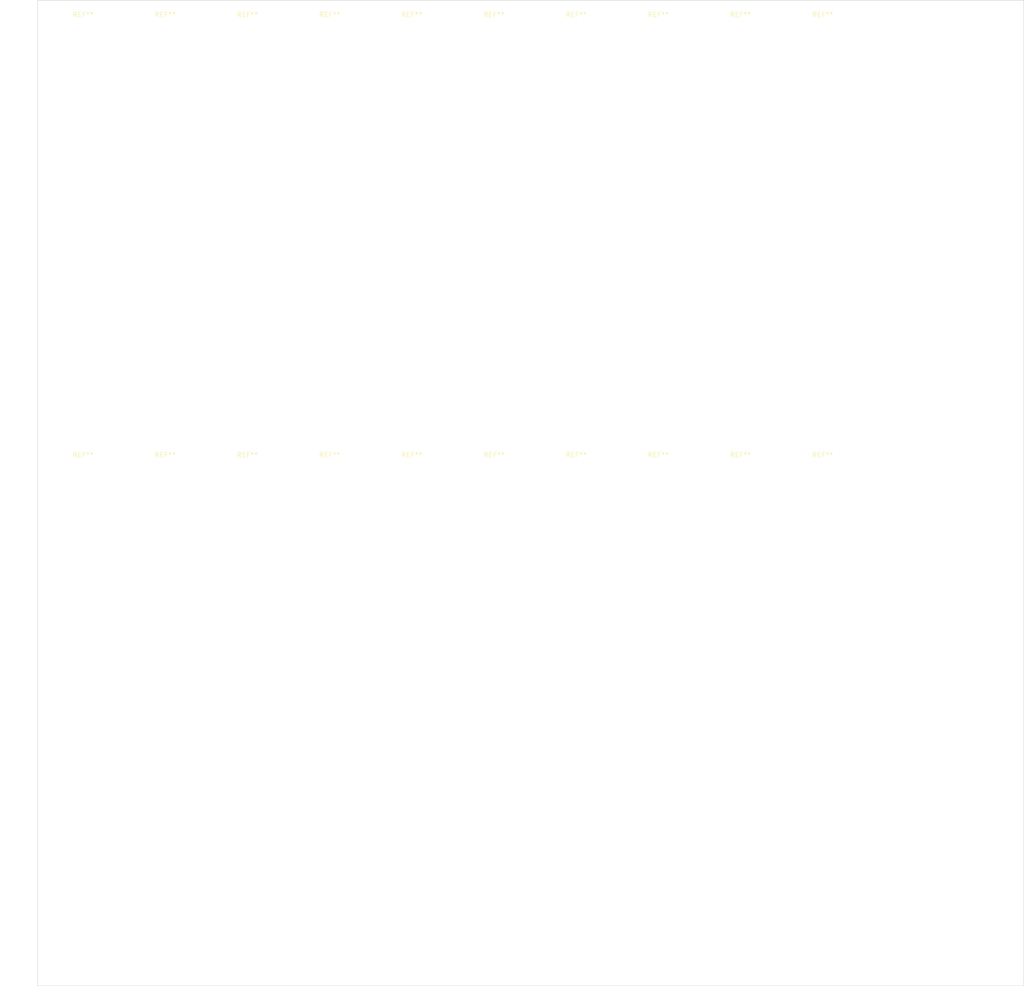
<source format=kicad_pcb>
(kicad_pcb (version 4) (host pcbnew "(2015-11-03 BZR 6296)-product")

  (general
    (links 0)
    (no_connects 0)
    (area 0 0 0 0)
    (thickness 1.6)
    (drawings 4)
    (tracks 0)
    (zones 0)
    (modules 20)
    (nets 1)
  )

  (page A4)
  (layers
    (0 F.Cu signal)
    (31 B.Cu signal)
    (32 B.Adhes user)
    (33 F.Adhes user)
    (34 B.Paste user)
    (35 F.Paste user)
    (36 B.SilkS user)
    (37 F.SilkS user)
    (38 B.Mask user)
    (39 F.Mask user)
    (40 Dwgs.User user)
    (41 Cmts.User user)
    (42 Eco1.User user)
    (43 Eco2.User user)
    (44 Edge.Cuts user)
    (45 Margin user)
    (46 B.CrtYd user)
    (47 F.CrtYd user)
    (48 B.Fab user)
    (49 F.Fab user)
  )

  (setup
    (last_trace_width 0.25)
    (trace_clearance 0.2)
    (zone_clearance 0.508)
    (zone_45_only no)
    (trace_min 0.2)
    (segment_width 0.2)
    (edge_width 0.15)
    (via_size 0.6)
    (via_drill 0.4)
    (via_min_size 0.4)
    (via_min_drill 0.3)
    (uvia_size 0.3)
    (uvia_drill 0.1)
    (uvias_allowed no)
    (uvia_min_size 0.2)
    (uvia_min_drill 0.1)
    (pcb_text_width 0.3)
    (pcb_text_size 1.5 1.5)
    (mod_edge_width 0.15)
    (mod_text_size 1 1)
    (mod_text_width 0.15)
    (pad_size 1.524 1.524)
    (pad_drill 0.762)
    (pad_to_mask_clearance 0.2)
    (aux_axis_origin 0 0)
    (visible_elements FFFFFF7F)
    (pcbplotparams
      (layerselection 0x00030_80000001)
      (usegerberextensions false)
      (excludeedgelayer true)
      (linewidth 0.100000)
      (plotframeref false)
      (viasonmask false)
      (mode 1)
      (useauxorigin false)
      (hpglpennumber 1)
      (hpglpenspeed 20)
      (hpglpendiameter 15)
      (hpglpenoverlay 2)
      (psnegative false)
      (psa4output false)
      (plotreference true)
      (plotvalue true)
      (plotinvisibletext false)
      (padsonsilk false)
      (subtractmaskfromsilk false)
      (outputformat 1)
      (mirror false)
      (drillshape 1)
      (scaleselection 1)
      (outputdirectory ""))
  )

  (net 0 "")

  (net_class Default "This is the default net class."
    (clearance 0.2)
    (trace_width 0.25)
    (via_dia 0.6)
    (via_drill 0.4)
    (uvia_dia 0.3)
    (uvia_drill 0.1)
  )

  (module azonenberg_pcb:MECHANICAL_EUROCARD_3U_FRONTPANEL (layer F.Cu) (tedit 56398E1D) (tstamp 5639B6B3)
    (at 59 204)
    (fp_text reference REF** (at 4.8 -65.6) (layer F.SilkS)
      (effects (font (size 1.5 1.5) (thickness 0.15)))
    )
    (fp_text value MECHANICAL_EUROCARD_3U_FRONTPANEL (at 4.9 -67.65) (layer F.Fab)
      (effects (font (size 1.5 1.5) (thickness 0.15)))
    )
    (fp_text user "Extraction handle" (at 7.08 46.7) (layer F.Fab)
      (effects (font (size 1 1) (thickness 0.15)))
    )
    (fp_line (start 6.68 33.5) (end 6.68 48.5) (layer B.Fab) (width 0.15))
    (fp_line (start -2.82 45) (end 16.18 45) (layer Cmts.User) (width 0.15))
    (fp_line (start -2.82 37) (end 16.18 37) (layer Cmts.User) (width 0.15))
    (fp_circle (center 1.6 41) (end 3.15 41) (layer Dwgs.User) (width 0.15))
    (fp_circle (center 11.76 41) (end 13.31 41) (layer Dwgs.User) (width 0.15))
    (fp_line (start -2.82 41) (end 16.18 41) (layer B.Fab) (width 0.15))
    (fp_line (start -2.82 33.5) (end -2.82 48.5) (layer F.Fab) (width 0.15))
    (fp_line (start 16.18 33.5) (end 16.18 48.5) (layer F.Fab) (width 0.15))
    (fp_line (start -2.82 33.5) (end 16.18 33.5) (layer F.Fab) (width 0.15))
    (fp_line (start -2.82 48.5) (end 16.18 48.5) (layer F.Fab) (width 0.15))
    (fp_line (start 6.68 -64.2) (end 6.68 64.2) (layer B.Fab) (width 0.15))
    (fp_circle (center 6.68 41) (end 8.23 41) (layer Dwgs.User) (width 0.15))
    (fp_circle (center 4.4 -49.5) (end 5.95 -49.5) (layer Dwgs.User) (width 0.15))
    (fp_line (start -0.8 44.45) (end 0.8 44.45) (layer Eco1.User) (width 0.15))
    (fp_text user "Mounting hole centerline" (at -10.9 -44.6) (layer F.Fab)
      (effects (font (size 1 1) (thickness 0.15)))
    )
    (fp_line (start -0.8 -44.45) (end 0.8 -44.45) (layer Eco1.User) (width 0.15))
    (fp_text user "Module PCB" (at 0.03 0 90) (layer F.Fab)
      (effects (font (size 1 1) (thickness 0.15)))
    )
    (fp_line (start -0.8 50) (end 0.8 50) (layer Eco1.User) (width 0.15))
    (fp_line (start -0.8 -50) (end 0.8 -50) (layer Eco1.User) (width 0.15))
    (fp_line (start 0.8 -50) (end 0.8 50) (layer Eco1.User) (width 0.15))
    (fp_line (start -0.8 -50) (end -0.8 50) (layer Eco1.User) (width 0.15))
    (fp_line (start 16.63 64.2) (end -3.27 64.2) (layer Dwgs.User) (width 0.15))
    (fp_line (start 16.63 -64.2) (end -3.27 -64.2) (layer Dwgs.User) (width 0.15))
    (fp_line (start -3.27 -64.2) (end -3.27 64.2) (layer Dwgs.User) (width 0.15))
    (fp_line (start 16.63 -64.2) (end 16.63 64.2) (layer Dwgs.User) (width 0.15))
    (fp_circle (center 4.4 49.5) (end 5.95 49.5) (layer Dwgs.User) (width 0.15))
    (fp_circle (center 4.2 -61.2) (end 5.75 -61.2) (layer Dwgs.User) (width 0.15))
    (fp_circle (center 4.2 61.2) (end 5.75 61.2) (layer Dwgs.User) (width 0.15))
  )

  (module azonenberg_pcb:MECHANICAL_EUROCARD_3U_FRONTPANEL (layer F.Cu) (tedit 56398E1D) (tstamp 5639B693)
    (at 9 204)
    (fp_text reference REF** (at 4.8 -65.6) (layer F.SilkS)
      (effects (font (size 1.5 1.5) (thickness 0.15)))
    )
    (fp_text value MECHANICAL_EUROCARD_3U_FRONTPANEL (at 4.9 -67.65) (layer F.Fab)
      (effects (font (size 1.5 1.5) (thickness 0.15)))
    )
    (fp_text user "Extraction handle" (at 7.08 46.7) (layer F.Fab)
      (effects (font (size 1 1) (thickness 0.15)))
    )
    (fp_line (start 6.68 33.5) (end 6.68 48.5) (layer B.Fab) (width 0.15))
    (fp_line (start -2.82 45) (end 16.18 45) (layer Cmts.User) (width 0.15))
    (fp_line (start -2.82 37) (end 16.18 37) (layer Cmts.User) (width 0.15))
    (fp_circle (center 1.6 41) (end 3.15 41) (layer Dwgs.User) (width 0.15))
    (fp_circle (center 11.76 41) (end 13.31 41) (layer Dwgs.User) (width 0.15))
    (fp_line (start -2.82 41) (end 16.18 41) (layer B.Fab) (width 0.15))
    (fp_line (start -2.82 33.5) (end -2.82 48.5) (layer F.Fab) (width 0.15))
    (fp_line (start 16.18 33.5) (end 16.18 48.5) (layer F.Fab) (width 0.15))
    (fp_line (start -2.82 33.5) (end 16.18 33.5) (layer F.Fab) (width 0.15))
    (fp_line (start -2.82 48.5) (end 16.18 48.5) (layer F.Fab) (width 0.15))
    (fp_line (start 6.68 -64.2) (end 6.68 64.2) (layer B.Fab) (width 0.15))
    (fp_circle (center 6.68 41) (end 8.23 41) (layer Dwgs.User) (width 0.15))
    (fp_circle (center 4.4 -49.5) (end 5.95 -49.5) (layer Dwgs.User) (width 0.15))
    (fp_line (start -0.8 44.45) (end 0.8 44.45) (layer Eco1.User) (width 0.15))
    (fp_text user "Mounting hole centerline" (at -10.9 -44.6) (layer F.Fab)
      (effects (font (size 1 1) (thickness 0.15)))
    )
    (fp_line (start -0.8 -44.45) (end 0.8 -44.45) (layer Eco1.User) (width 0.15))
    (fp_text user "Module PCB" (at 0.03 0 90) (layer F.Fab)
      (effects (font (size 1 1) (thickness 0.15)))
    )
    (fp_line (start -0.8 50) (end 0.8 50) (layer Eco1.User) (width 0.15))
    (fp_line (start -0.8 -50) (end 0.8 -50) (layer Eco1.User) (width 0.15))
    (fp_line (start 0.8 -50) (end 0.8 50) (layer Eco1.User) (width 0.15))
    (fp_line (start -0.8 -50) (end -0.8 50) (layer Eco1.User) (width 0.15))
    (fp_line (start 16.63 64.2) (end -3.27 64.2) (layer Dwgs.User) (width 0.15))
    (fp_line (start 16.63 -64.2) (end -3.27 -64.2) (layer Dwgs.User) (width 0.15))
    (fp_line (start -3.27 -64.2) (end -3.27 64.2) (layer Dwgs.User) (width 0.15))
    (fp_line (start 16.63 -64.2) (end 16.63 64.2) (layer Dwgs.User) (width 0.15))
    (fp_circle (center 4.4 49.5) (end 5.95 49.5) (layer Dwgs.User) (width 0.15))
    (fp_circle (center 4.2 -61.2) (end 5.75 -61.2) (layer Dwgs.User) (width 0.15))
    (fp_circle (center 4.2 61.2) (end 5.75 61.2) (layer Dwgs.User) (width 0.15))
  )

  (module azonenberg_pcb:MECHANICAL_EUROCARD_3U_FRONTPANEL (layer F.Cu) (tedit 56398E1D) (tstamp 5639B673)
    (at 84 204)
    (fp_text reference REF** (at 4.8 -65.6) (layer F.SilkS)
      (effects (font (size 1.5 1.5) (thickness 0.15)))
    )
    (fp_text value MECHANICAL_EUROCARD_3U_FRONTPANEL (at 4.9 -67.65) (layer F.Fab)
      (effects (font (size 1.5 1.5) (thickness 0.15)))
    )
    (fp_text user "Extraction handle" (at 7.08 46.7) (layer F.Fab)
      (effects (font (size 1 1) (thickness 0.15)))
    )
    (fp_line (start 6.68 33.5) (end 6.68 48.5) (layer B.Fab) (width 0.15))
    (fp_line (start -2.82 45) (end 16.18 45) (layer Cmts.User) (width 0.15))
    (fp_line (start -2.82 37) (end 16.18 37) (layer Cmts.User) (width 0.15))
    (fp_circle (center 1.6 41) (end 3.15 41) (layer Dwgs.User) (width 0.15))
    (fp_circle (center 11.76 41) (end 13.31 41) (layer Dwgs.User) (width 0.15))
    (fp_line (start -2.82 41) (end 16.18 41) (layer B.Fab) (width 0.15))
    (fp_line (start -2.82 33.5) (end -2.82 48.5) (layer F.Fab) (width 0.15))
    (fp_line (start 16.18 33.5) (end 16.18 48.5) (layer F.Fab) (width 0.15))
    (fp_line (start -2.82 33.5) (end 16.18 33.5) (layer F.Fab) (width 0.15))
    (fp_line (start -2.82 48.5) (end 16.18 48.5) (layer F.Fab) (width 0.15))
    (fp_line (start 6.68 -64.2) (end 6.68 64.2) (layer B.Fab) (width 0.15))
    (fp_circle (center 6.68 41) (end 8.23 41) (layer Dwgs.User) (width 0.15))
    (fp_circle (center 4.4 -49.5) (end 5.95 -49.5) (layer Dwgs.User) (width 0.15))
    (fp_line (start -0.8 44.45) (end 0.8 44.45) (layer Eco1.User) (width 0.15))
    (fp_text user "Mounting hole centerline" (at -10.9 -44.6) (layer F.Fab)
      (effects (font (size 1 1) (thickness 0.15)))
    )
    (fp_line (start -0.8 -44.45) (end 0.8 -44.45) (layer Eco1.User) (width 0.15))
    (fp_text user "Module PCB" (at 0.03 0 90) (layer F.Fab)
      (effects (font (size 1 1) (thickness 0.15)))
    )
    (fp_line (start -0.8 50) (end 0.8 50) (layer Eco1.User) (width 0.15))
    (fp_line (start -0.8 -50) (end 0.8 -50) (layer Eco1.User) (width 0.15))
    (fp_line (start 0.8 -50) (end 0.8 50) (layer Eco1.User) (width 0.15))
    (fp_line (start -0.8 -50) (end -0.8 50) (layer Eco1.User) (width 0.15))
    (fp_line (start 16.63 64.2) (end -3.27 64.2) (layer Dwgs.User) (width 0.15))
    (fp_line (start 16.63 -64.2) (end -3.27 -64.2) (layer Dwgs.User) (width 0.15))
    (fp_line (start -3.27 -64.2) (end -3.27 64.2) (layer Dwgs.User) (width 0.15))
    (fp_line (start 16.63 -64.2) (end 16.63 64.2) (layer Dwgs.User) (width 0.15))
    (fp_circle (center 4.4 49.5) (end 5.95 49.5) (layer Dwgs.User) (width 0.15))
    (fp_circle (center 4.2 -61.2) (end 5.75 -61.2) (layer Dwgs.User) (width 0.15))
    (fp_circle (center 4.2 61.2) (end 5.75 61.2) (layer Dwgs.User) (width 0.15))
  )

  (module azonenberg_pcb:MECHANICAL_EUROCARD_3U_FRONTPANEL (layer F.Cu) (tedit 56398E1D) (tstamp 5639B653)
    (at 34 204)
    (fp_text reference REF** (at 4.8 -65.6) (layer F.SilkS)
      (effects (font (size 1.5 1.5) (thickness 0.15)))
    )
    (fp_text value MECHANICAL_EUROCARD_3U_FRONTPANEL (at 4.9 -67.65) (layer F.Fab)
      (effects (font (size 1.5 1.5) (thickness 0.15)))
    )
    (fp_text user "Extraction handle" (at 7.08 46.7) (layer F.Fab)
      (effects (font (size 1 1) (thickness 0.15)))
    )
    (fp_line (start 6.68 33.5) (end 6.68 48.5) (layer B.Fab) (width 0.15))
    (fp_line (start -2.82 45) (end 16.18 45) (layer Cmts.User) (width 0.15))
    (fp_line (start -2.82 37) (end 16.18 37) (layer Cmts.User) (width 0.15))
    (fp_circle (center 1.6 41) (end 3.15 41) (layer Dwgs.User) (width 0.15))
    (fp_circle (center 11.76 41) (end 13.31 41) (layer Dwgs.User) (width 0.15))
    (fp_line (start -2.82 41) (end 16.18 41) (layer B.Fab) (width 0.15))
    (fp_line (start -2.82 33.5) (end -2.82 48.5) (layer F.Fab) (width 0.15))
    (fp_line (start 16.18 33.5) (end 16.18 48.5) (layer F.Fab) (width 0.15))
    (fp_line (start -2.82 33.5) (end 16.18 33.5) (layer F.Fab) (width 0.15))
    (fp_line (start -2.82 48.5) (end 16.18 48.5) (layer F.Fab) (width 0.15))
    (fp_line (start 6.68 -64.2) (end 6.68 64.2) (layer B.Fab) (width 0.15))
    (fp_circle (center 6.68 41) (end 8.23 41) (layer Dwgs.User) (width 0.15))
    (fp_circle (center 4.4 -49.5) (end 5.95 -49.5) (layer Dwgs.User) (width 0.15))
    (fp_line (start -0.8 44.45) (end 0.8 44.45) (layer Eco1.User) (width 0.15))
    (fp_text user "Mounting hole centerline" (at -10.9 -44.6) (layer F.Fab)
      (effects (font (size 1 1) (thickness 0.15)))
    )
    (fp_line (start -0.8 -44.45) (end 0.8 -44.45) (layer Eco1.User) (width 0.15))
    (fp_text user "Module PCB" (at 0.03 0 90) (layer F.Fab)
      (effects (font (size 1 1) (thickness 0.15)))
    )
    (fp_line (start -0.8 50) (end 0.8 50) (layer Eco1.User) (width 0.15))
    (fp_line (start -0.8 -50) (end 0.8 -50) (layer Eco1.User) (width 0.15))
    (fp_line (start 0.8 -50) (end 0.8 50) (layer Eco1.User) (width 0.15))
    (fp_line (start -0.8 -50) (end -0.8 50) (layer Eco1.User) (width 0.15))
    (fp_line (start 16.63 64.2) (end -3.27 64.2) (layer Dwgs.User) (width 0.15))
    (fp_line (start 16.63 -64.2) (end -3.27 -64.2) (layer Dwgs.User) (width 0.15))
    (fp_line (start -3.27 -64.2) (end -3.27 64.2) (layer Dwgs.User) (width 0.15))
    (fp_line (start 16.63 -64.2) (end 16.63 64.2) (layer Dwgs.User) (width 0.15))
    (fp_circle (center 4.4 49.5) (end 5.95 49.5) (layer Dwgs.User) (width 0.15))
    (fp_circle (center 4.2 -61.2) (end 5.75 -61.2) (layer Dwgs.User) (width 0.15))
    (fp_circle (center 4.2 61.2) (end 5.75 61.2) (layer Dwgs.User) (width 0.15))
  )

  (module azonenberg_pcb:MECHANICAL_EUROCARD_3U_FRONTPANEL (layer F.Cu) (tedit 56398E1D) (tstamp 5639B633)
    (at 109 204)
    (fp_text reference REF** (at 4.8 -65.6) (layer F.SilkS)
      (effects (font (size 1.5 1.5) (thickness 0.15)))
    )
    (fp_text value MECHANICAL_EUROCARD_3U_FRONTPANEL (at 4.9 -67.65) (layer F.Fab)
      (effects (font (size 1.5 1.5) (thickness 0.15)))
    )
    (fp_text user "Extraction handle" (at 7.08 46.7) (layer F.Fab)
      (effects (font (size 1 1) (thickness 0.15)))
    )
    (fp_line (start 6.68 33.5) (end 6.68 48.5) (layer B.Fab) (width 0.15))
    (fp_line (start -2.82 45) (end 16.18 45) (layer Cmts.User) (width 0.15))
    (fp_line (start -2.82 37) (end 16.18 37) (layer Cmts.User) (width 0.15))
    (fp_circle (center 1.6 41) (end 3.15 41) (layer Dwgs.User) (width 0.15))
    (fp_circle (center 11.76 41) (end 13.31 41) (layer Dwgs.User) (width 0.15))
    (fp_line (start -2.82 41) (end 16.18 41) (layer B.Fab) (width 0.15))
    (fp_line (start -2.82 33.5) (end -2.82 48.5) (layer F.Fab) (width 0.15))
    (fp_line (start 16.18 33.5) (end 16.18 48.5) (layer F.Fab) (width 0.15))
    (fp_line (start -2.82 33.5) (end 16.18 33.5) (layer F.Fab) (width 0.15))
    (fp_line (start -2.82 48.5) (end 16.18 48.5) (layer F.Fab) (width 0.15))
    (fp_line (start 6.68 -64.2) (end 6.68 64.2) (layer B.Fab) (width 0.15))
    (fp_circle (center 6.68 41) (end 8.23 41) (layer Dwgs.User) (width 0.15))
    (fp_circle (center 4.4 -49.5) (end 5.95 -49.5) (layer Dwgs.User) (width 0.15))
    (fp_line (start -0.8 44.45) (end 0.8 44.45) (layer Eco1.User) (width 0.15))
    (fp_text user "Mounting hole centerline" (at -10.9 -44.6) (layer F.Fab)
      (effects (font (size 1 1) (thickness 0.15)))
    )
    (fp_line (start -0.8 -44.45) (end 0.8 -44.45) (layer Eco1.User) (width 0.15))
    (fp_text user "Module PCB" (at 0.03 0 90) (layer F.Fab)
      (effects (font (size 1 1) (thickness 0.15)))
    )
    (fp_line (start -0.8 50) (end 0.8 50) (layer Eco1.User) (width 0.15))
    (fp_line (start -0.8 -50) (end 0.8 -50) (layer Eco1.User) (width 0.15))
    (fp_line (start 0.8 -50) (end 0.8 50) (layer Eco1.User) (width 0.15))
    (fp_line (start -0.8 -50) (end -0.8 50) (layer Eco1.User) (width 0.15))
    (fp_line (start 16.63 64.2) (end -3.27 64.2) (layer Dwgs.User) (width 0.15))
    (fp_line (start 16.63 -64.2) (end -3.27 -64.2) (layer Dwgs.User) (width 0.15))
    (fp_line (start -3.27 -64.2) (end -3.27 64.2) (layer Dwgs.User) (width 0.15))
    (fp_line (start 16.63 -64.2) (end 16.63 64.2) (layer Dwgs.User) (width 0.15))
    (fp_circle (center 4.4 49.5) (end 5.95 49.5) (layer Dwgs.User) (width 0.15))
    (fp_circle (center 4.2 -61.2) (end 5.75 -61.2) (layer Dwgs.User) (width 0.15))
    (fp_circle (center 4.2 61.2) (end 5.75 61.2) (layer Dwgs.User) (width 0.15))
  )

  (module azonenberg_pcb:MECHANICAL_EUROCARD_3U_FRONTPANEL (layer F.Cu) (tedit 56398E1D) (tstamp 5639B613)
    (at 234 204)
    (fp_text reference REF** (at 4.8 -65.6) (layer F.SilkS)
      (effects (font (size 1.5 1.5) (thickness 0.15)))
    )
    (fp_text value MECHANICAL_EUROCARD_3U_FRONTPANEL (at 4.9 -67.65) (layer F.Fab)
      (effects (font (size 1.5 1.5) (thickness 0.15)))
    )
    (fp_text user "Extraction handle" (at 7.08 46.7) (layer F.Fab)
      (effects (font (size 1 1) (thickness 0.15)))
    )
    (fp_line (start 6.68 33.5) (end 6.68 48.5) (layer B.Fab) (width 0.15))
    (fp_line (start -2.82 45) (end 16.18 45) (layer Cmts.User) (width 0.15))
    (fp_line (start -2.82 37) (end 16.18 37) (layer Cmts.User) (width 0.15))
    (fp_circle (center 1.6 41) (end 3.15 41) (layer Dwgs.User) (width 0.15))
    (fp_circle (center 11.76 41) (end 13.31 41) (layer Dwgs.User) (width 0.15))
    (fp_line (start -2.82 41) (end 16.18 41) (layer B.Fab) (width 0.15))
    (fp_line (start -2.82 33.5) (end -2.82 48.5) (layer F.Fab) (width 0.15))
    (fp_line (start 16.18 33.5) (end 16.18 48.5) (layer F.Fab) (width 0.15))
    (fp_line (start -2.82 33.5) (end 16.18 33.5) (layer F.Fab) (width 0.15))
    (fp_line (start -2.82 48.5) (end 16.18 48.5) (layer F.Fab) (width 0.15))
    (fp_line (start 6.68 -64.2) (end 6.68 64.2) (layer B.Fab) (width 0.15))
    (fp_circle (center 6.68 41) (end 8.23 41) (layer Dwgs.User) (width 0.15))
    (fp_circle (center 4.4 -49.5) (end 5.95 -49.5) (layer Dwgs.User) (width 0.15))
    (fp_line (start -0.8 44.45) (end 0.8 44.45) (layer Eco1.User) (width 0.15))
    (fp_text user "Mounting hole centerline" (at -10.9 -44.6) (layer F.Fab)
      (effects (font (size 1 1) (thickness 0.15)))
    )
    (fp_line (start -0.8 -44.45) (end 0.8 -44.45) (layer Eco1.User) (width 0.15))
    (fp_text user "Module PCB" (at 0.03 0 90) (layer F.Fab)
      (effects (font (size 1 1) (thickness 0.15)))
    )
    (fp_line (start -0.8 50) (end 0.8 50) (layer Eco1.User) (width 0.15))
    (fp_line (start -0.8 -50) (end 0.8 -50) (layer Eco1.User) (width 0.15))
    (fp_line (start 0.8 -50) (end 0.8 50) (layer Eco1.User) (width 0.15))
    (fp_line (start -0.8 -50) (end -0.8 50) (layer Eco1.User) (width 0.15))
    (fp_line (start 16.63 64.2) (end -3.27 64.2) (layer Dwgs.User) (width 0.15))
    (fp_line (start 16.63 -64.2) (end -3.27 -64.2) (layer Dwgs.User) (width 0.15))
    (fp_line (start -3.27 -64.2) (end -3.27 64.2) (layer Dwgs.User) (width 0.15))
    (fp_line (start 16.63 -64.2) (end 16.63 64.2) (layer Dwgs.User) (width 0.15))
    (fp_circle (center 4.4 49.5) (end 5.95 49.5) (layer Dwgs.User) (width 0.15))
    (fp_circle (center 4.2 -61.2) (end 5.75 -61.2) (layer Dwgs.User) (width 0.15))
    (fp_circle (center 4.2 61.2) (end 5.75 61.2) (layer Dwgs.User) (width 0.15))
  )

  (module azonenberg_pcb:MECHANICAL_EUROCARD_3U_FRONTPANEL (layer F.Cu) (tedit 56398E1D) (tstamp 5639B5F3)
    (at 134 204)
    (fp_text reference REF** (at 4.8 -65.6) (layer F.SilkS)
      (effects (font (size 1.5 1.5) (thickness 0.15)))
    )
    (fp_text value MECHANICAL_EUROCARD_3U_FRONTPANEL (at 4.9 -67.65) (layer F.Fab)
      (effects (font (size 1.5 1.5) (thickness 0.15)))
    )
    (fp_text user "Extraction handle" (at 7.08 46.7) (layer F.Fab)
      (effects (font (size 1 1) (thickness 0.15)))
    )
    (fp_line (start 6.68 33.5) (end 6.68 48.5) (layer B.Fab) (width 0.15))
    (fp_line (start -2.82 45) (end 16.18 45) (layer Cmts.User) (width 0.15))
    (fp_line (start -2.82 37) (end 16.18 37) (layer Cmts.User) (width 0.15))
    (fp_circle (center 1.6 41) (end 3.15 41) (layer Dwgs.User) (width 0.15))
    (fp_circle (center 11.76 41) (end 13.31 41) (layer Dwgs.User) (width 0.15))
    (fp_line (start -2.82 41) (end 16.18 41) (layer B.Fab) (width 0.15))
    (fp_line (start -2.82 33.5) (end -2.82 48.5) (layer F.Fab) (width 0.15))
    (fp_line (start 16.18 33.5) (end 16.18 48.5) (layer F.Fab) (width 0.15))
    (fp_line (start -2.82 33.5) (end 16.18 33.5) (layer F.Fab) (width 0.15))
    (fp_line (start -2.82 48.5) (end 16.18 48.5) (layer F.Fab) (width 0.15))
    (fp_line (start 6.68 -64.2) (end 6.68 64.2) (layer B.Fab) (width 0.15))
    (fp_circle (center 6.68 41) (end 8.23 41) (layer Dwgs.User) (width 0.15))
    (fp_circle (center 4.4 -49.5) (end 5.95 -49.5) (layer Dwgs.User) (width 0.15))
    (fp_line (start -0.8 44.45) (end 0.8 44.45) (layer Eco1.User) (width 0.15))
    (fp_text user "Mounting hole centerline" (at -10.9 -44.6) (layer F.Fab)
      (effects (font (size 1 1) (thickness 0.15)))
    )
    (fp_line (start -0.8 -44.45) (end 0.8 -44.45) (layer Eco1.User) (width 0.15))
    (fp_text user "Module PCB" (at 0.03 0 90) (layer F.Fab)
      (effects (font (size 1 1) (thickness 0.15)))
    )
    (fp_line (start -0.8 50) (end 0.8 50) (layer Eco1.User) (width 0.15))
    (fp_line (start -0.8 -50) (end 0.8 -50) (layer Eco1.User) (width 0.15))
    (fp_line (start 0.8 -50) (end 0.8 50) (layer Eco1.User) (width 0.15))
    (fp_line (start -0.8 -50) (end -0.8 50) (layer Eco1.User) (width 0.15))
    (fp_line (start 16.63 64.2) (end -3.27 64.2) (layer Dwgs.User) (width 0.15))
    (fp_line (start 16.63 -64.2) (end -3.27 -64.2) (layer Dwgs.User) (width 0.15))
    (fp_line (start -3.27 -64.2) (end -3.27 64.2) (layer Dwgs.User) (width 0.15))
    (fp_line (start 16.63 -64.2) (end 16.63 64.2) (layer Dwgs.User) (width 0.15))
    (fp_circle (center 4.4 49.5) (end 5.95 49.5) (layer Dwgs.User) (width 0.15))
    (fp_circle (center 4.2 -61.2) (end 5.75 -61.2) (layer Dwgs.User) (width 0.15))
    (fp_circle (center 4.2 61.2) (end 5.75 61.2) (layer Dwgs.User) (width 0.15))
  )

  (module azonenberg_pcb:MECHANICAL_EUROCARD_3U_FRONTPANEL (layer F.Cu) (tedit 56398E1D) (tstamp 5639B5D3)
    (at 159 204)
    (fp_text reference REF** (at 4.8 -65.6) (layer F.SilkS)
      (effects (font (size 1.5 1.5) (thickness 0.15)))
    )
    (fp_text value MECHANICAL_EUROCARD_3U_FRONTPANEL (at 4.9 -67.65) (layer F.Fab)
      (effects (font (size 1.5 1.5) (thickness 0.15)))
    )
    (fp_text user "Extraction handle" (at 7.08 46.7) (layer F.Fab)
      (effects (font (size 1 1) (thickness 0.15)))
    )
    (fp_line (start 6.68 33.5) (end 6.68 48.5) (layer B.Fab) (width 0.15))
    (fp_line (start -2.82 45) (end 16.18 45) (layer Cmts.User) (width 0.15))
    (fp_line (start -2.82 37) (end 16.18 37) (layer Cmts.User) (width 0.15))
    (fp_circle (center 1.6 41) (end 3.15 41) (layer Dwgs.User) (width 0.15))
    (fp_circle (center 11.76 41) (end 13.31 41) (layer Dwgs.User) (width 0.15))
    (fp_line (start -2.82 41) (end 16.18 41) (layer B.Fab) (width 0.15))
    (fp_line (start -2.82 33.5) (end -2.82 48.5) (layer F.Fab) (width 0.15))
    (fp_line (start 16.18 33.5) (end 16.18 48.5) (layer F.Fab) (width 0.15))
    (fp_line (start -2.82 33.5) (end 16.18 33.5) (layer F.Fab) (width 0.15))
    (fp_line (start -2.82 48.5) (end 16.18 48.5) (layer F.Fab) (width 0.15))
    (fp_line (start 6.68 -64.2) (end 6.68 64.2) (layer B.Fab) (width 0.15))
    (fp_circle (center 6.68 41) (end 8.23 41) (layer Dwgs.User) (width 0.15))
    (fp_circle (center 4.4 -49.5) (end 5.95 -49.5) (layer Dwgs.User) (width 0.15))
    (fp_line (start -0.8 44.45) (end 0.8 44.45) (layer Eco1.User) (width 0.15))
    (fp_text user "Mounting hole centerline" (at -10.9 -44.6) (layer F.Fab)
      (effects (font (size 1 1) (thickness 0.15)))
    )
    (fp_line (start -0.8 -44.45) (end 0.8 -44.45) (layer Eco1.User) (width 0.15))
    (fp_text user "Module PCB" (at 0.03 0 90) (layer F.Fab)
      (effects (font (size 1 1) (thickness 0.15)))
    )
    (fp_line (start -0.8 50) (end 0.8 50) (layer Eco1.User) (width 0.15))
    (fp_line (start -0.8 -50) (end 0.8 -50) (layer Eco1.User) (width 0.15))
    (fp_line (start 0.8 -50) (end 0.8 50) (layer Eco1.User) (width 0.15))
    (fp_line (start -0.8 -50) (end -0.8 50) (layer Eco1.User) (width 0.15))
    (fp_line (start 16.63 64.2) (end -3.27 64.2) (layer Dwgs.User) (width 0.15))
    (fp_line (start 16.63 -64.2) (end -3.27 -64.2) (layer Dwgs.User) (width 0.15))
    (fp_line (start -3.27 -64.2) (end -3.27 64.2) (layer Dwgs.User) (width 0.15))
    (fp_line (start 16.63 -64.2) (end 16.63 64.2) (layer Dwgs.User) (width 0.15))
    (fp_circle (center 4.4 49.5) (end 5.95 49.5) (layer Dwgs.User) (width 0.15))
    (fp_circle (center 4.2 -61.2) (end 5.75 -61.2) (layer Dwgs.User) (width 0.15))
    (fp_circle (center 4.2 61.2) (end 5.75 61.2) (layer Dwgs.User) (width 0.15))
  )

  (module azonenberg_pcb:MECHANICAL_EUROCARD_3U_FRONTPANEL (layer F.Cu) (tedit 56398E1D) (tstamp 5639B5B3)
    (at 184 204)
    (fp_text reference REF** (at 4.8 -65.6) (layer F.SilkS)
      (effects (font (size 1.5 1.5) (thickness 0.15)))
    )
    (fp_text value MECHANICAL_EUROCARD_3U_FRONTPANEL (at 4.9 -67.65) (layer F.Fab)
      (effects (font (size 1.5 1.5) (thickness 0.15)))
    )
    (fp_text user "Extraction handle" (at 7.08 46.7) (layer F.Fab)
      (effects (font (size 1 1) (thickness 0.15)))
    )
    (fp_line (start 6.68 33.5) (end 6.68 48.5) (layer B.Fab) (width 0.15))
    (fp_line (start -2.82 45) (end 16.18 45) (layer Cmts.User) (width 0.15))
    (fp_line (start -2.82 37) (end 16.18 37) (layer Cmts.User) (width 0.15))
    (fp_circle (center 1.6 41) (end 3.15 41) (layer Dwgs.User) (width 0.15))
    (fp_circle (center 11.76 41) (end 13.31 41) (layer Dwgs.User) (width 0.15))
    (fp_line (start -2.82 41) (end 16.18 41) (layer B.Fab) (width 0.15))
    (fp_line (start -2.82 33.5) (end -2.82 48.5) (layer F.Fab) (width 0.15))
    (fp_line (start 16.18 33.5) (end 16.18 48.5) (layer F.Fab) (width 0.15))
    (fp_line (start -2.82 33.5) (end 16.18 33.5) (layer F.Fab) (width 0.15))
    (fp_line (start -2.82 48.5) (end 16.18 48.5) (layer F.Fab) (width 0.15))
    (fp_line (start 6.68 -64.2) (end 6.68 64.2) (layer B.Fab) (width 0.15))
    (fp_circle (center 6.68 41) (end 8.23 41) (layer Dwgs.User) (width 0.15))
    (fp_circle (center 4.4 -49.5) (end 5.95 -49.5) (layer Dwgs.User) (width 0.15))
    (fp_line (start -0.8 44.45) (end 0.8 44.45) (layer Eco1.User) (width 0.15))
    (fp_text user "Mounting hole centerline" (at -10.9 -44.6) (layer F.Fab)
      (effects (font (size 1 1) (thickness 0.15)))
    )
    (fp_line (start -0.8 -44.45) (end 0.8 -44.45) (layer Eco1.User) (width 0.15))
    (fp_text user "Module PCB" (at 0.03 0 90) (layer F.Fab)
      (effects (font (size 1 1) (thickness 0.15)))
    )
    (fp_line (start -0.8 50) (end 0.8 50) (layer Eco1.User) (width 0.15))
    (fp_line (start -0.8 -50) (end 0.8 -50) (layer Eco1.User) (width 0.15))
    (fp_line (start 0.8 -50) (end 0.8 50) (layer Eco1.User) (width 0.15))
    (fp_line (start -0.8 -50) (end -0.8 50) (layer Eco1.User) (width 0.15))
    (fp_line (start 16.63 64.2) (end -3.27 64.2) (layer Dwgs.User) (width 0.15))
    (fp_line (start 16.63 -64.2) (end -3.27 -64.2) (layer Dwgs.User) (width 0.15))
    (fp_line (start -3.27 -64.2) (end -3.27 64.2) (layer Dwgs.User) (width 0.15))
    (fp_line (start 16.63 -64.2) (end 16.63 64.2) (layer Dwgs.User) (width 0.15))
    (fp_circle (center 4.4 49.5) (end 5.95 49.5) (layer Dwgs.User) (width 0.15))
    (fp_circle (center 4.2 -61.2) (end 5.75 -61.2) (layer Dwgs.User) (width 0.15))
    (fp_circle (center 4.2 61.2) (end 5.75 61.2) (layer Dwgs.User) (width 0.15))
  )

  (module azonenberg_pcb:MECHANICAL_EUROCARD_3U_FRONTPANEL (layer F.Cu) (tedit 56398E1D) (tstamp 5639B593)
    (at 209 204)
    (fp_text reference REF** (at 4.8 -65.6) (layer F.SilkS)
      (effects (font (size 1.5 1.5) (thickness 0.15)))
    )
    (fp_text value MECHANICAL_EUROCARD_3U_FRONTPANEL (at 4.9 -67.65) (layer F.Fab)
      (effects (font (size 1.5 1.5) (thickness 0.15)))
    )
    (fp_text user "Extraction handle" (at 7.08 46.7) (layer F.Fab)
      (effects (font (size 1 1) (thickness 0.15)))
    )
    (fp_line (start 6.68 33.5) (end 6.68 48.5) (layer B.Fab) (width 0.15))
    (fp_line (start -2.82 45) (end 16.18 45) (layer Cmts.User) (width 0.15))
    (fp_line (start -2.82 37) (end 16.18 37) (layer Cmts.User) (width 0.15))
    (fp_circle (center 1.6 41) (end 3.15 41) (layer Dwgs.User) (width 0.15))
    (fp_circle (center 11.76 41) (end 13.31 41) (layer Dwgs.User) (width 0.15))
    (fp_line (start -2.82 41) (end 16.18 41) (layer B.Fab) (width 0.15))
    (fp_line (start -2.82 33.5) (end -2.82 48.5) (layer F.Fab) (width 0.15))
    (fp_line (start 16.18 33.5) (end 16.18 48.5) (layer F.Fab) (width 0.15))
    (fp_line (start -2.82 33.5) (end 16.18 33.5) (layer F.Fab) (width 0.15))
    (fp_line (start -2.82 48.5) (end 16.18 48.5) (layer F.Fab) (width 0.15))
    (fp_line (start 6.68 -64.2) (end 6.68 64.2) (layer B.Fab) (width 0.15))
    (fp_circle (center 6.68 41) (end 8.23 41) (layer Dwgs.User) (width 0.15))
    (fp_circle (center 4.4 -49.5) (end 5.95 -49.5) (layer Dwgs.User) (width 0.15))
    (fp_line (start -0.8 44.45) (end 0.8 44.45) (layer Eco1.User) (width 0.15))
    (fp_text user "Mounting hole centerline" (at -10.9 -44.6) (layer F.Fab)
      (effects (font (size 1 1) (thickness 0.15)))
    )
    (fp_line (start -0.8 -44.45) (end 0.8 -44.45) (layer Eco1.User) (width 0.15))
    (fp_text user "Module PCB" (at 0.03 0 90) (layer F.Fab)
      (effects (font (size 1 1) (thickness 0.15)))
    )
    (fp_line (start -0.8 50) (end 0.8 50) (layer Eco1.User) (width 0.15))
    (fp_line (start -0.8 -50) (end 0.8 -50) (layer Eco1.User) (width 0.15))
    (fp_line (start 0.8 -50) (end 0.8 50) (layer Eco1.User) (width 0.15))
    (fp_line (start -0.8 -50) (end -0.8 50) (layer Eco1.User) (width 0.15))
    (fp_line (start 16.63 64.2) (end -3.27 64.2) (layer Dwgs.User) (width 0.15))
    (fp_line (start 16.63 -64.2) (end -3.27 -64.2) (layer Dwgs.User) (width 0.15))
    (fp_line (start -3.27 -64.2) (end -3.27 64.2) (layer Dwgs.User) (width 0.15))
    (fp_line (start 16.63 -64.2) (end 16.63 64.2) (layer Dwgs.User) (width 0.15))
    (fp_circle (center 4.4 49.5) (end 5.95 49.5) (layer Dwgs.User) (width 0.15))
    (fp_circle (center 4.2 -61.2) (end 5.75 -61.2) (layer Dwgs.User) (width 0.15))
    (fp_circle (center 4.2 61.2) (end 5.75 61.2) (layer Dwgs.User) (width 0.15))
  )

  (module azonenberg_pcb:MECHANICAL_EUROCARD_3U_FRONTPANEL (layer F.Cu) (tedit 56398E1D) (tstamp 5639B2AA)
    (at 9 70)
    (fp_text reference REF** (at 4.8 -65.6) (layer F.SilkS)
      (effects (font (size 1.5 1.5) (thickness 0.15)))
    )
    (fp_text value MECHANICAL_EUROCARD_3U_FRONTPANEL (at 4.9 -67.65) (layer F.Fab)
      (effects (font (size 1.5 1.5) (thickness 0.15)))
    )
    (fp_text user "Extraction handle" (at 7.08 46.7) (layer F.Fab)
      (effects (font (size 1 1) (thickness 0.15)))
    )
    (fp_line (start 6.68 33.5) (end 6.68 48.5) (layer B.Fab) (width 0.15))
    (fp_line (start -2.82 45) (end 16.18 45) (layer Cmts.User) (width 0.15))
    (fp_line (start -2.82 37) (end 16.18 37) (layer Cmts.User) (width 0.15))
    (fp_circle (center 1.6 41) (end 3.15 41) (layer Dwgs.User) (width 0.15))
    (fp_circle (center 11.76 41) (end 13.31 41) (layer Dwgs.User) (width 0.15))
    (fp_line (start -2.82 41) (end 16.18 41) (layer B.Fab) (width 0.15))
    (fp_line (start -2.82 33.5) (end -2.82 48.5) (layer F.Fab) (width 0.15))
    (fp_line (start 16.18 33.5) (end 16.18 48.5) (layer F.Fab) (width 0.15))
    (fp_line (start -2.82 33.5) (end 16.18 33.5) (layer F.Fab) (width 0.15))
    (fp_line (start -2.82 48.5) (end 16.18 48.5) (layer F.Fab) (width 0.15))
    (fp_line (start 6.68 -64.2) (end 6.68 64.2) (layer B.Fab) (width 0.15))
    (fp_circle (center 6.68 41) (end 8.23 41) (layer Dwgs.User) (width 0.15))
    (fp_circle (center 4.4 -49.5) (end 5.95 -49.5) (layer Dwgs.User) (width 0.15))
    (fp_line (start -0.8 44.45) (end 0.8 44.45) (layer Eco1.User) (width 0.15))
    (fp_text user "Mounting hole centerline" (at -10.9 -44.6) (layer F.Fab)
      (effects (font (size 1 1) (thickness 0.15)))
    )
    (fp_line (start -0.8 -44.45) (end 0.8 -44.45) (layer Eco1.User) (width 0.15))
    (fp_text user "Module PCB" (at 0.03 0 90) (layer F.Fab)
      (effects (font (size 1 1) (thickness 0.15)))
    )
    (fp_line (start -0.8 50) (end 0.8 50) (layer Eco1.User) (width 0.15))
    (fp_line (start -0.8 -50) (end 0.8 -50) (layer Eco1.User) (width 0.15))
    (fp_line (start 0.8 -50) (end 0.8 50) (layer Eco1.User) (width 0.15))
    (fp_line (start -0.8 -50) (end -0.8 50) (layer Eco1.User) (width 0.15))
    (fp_line (start 16.63 64.2) (end -3.27 64.2) (layer Dwgs.User) (width 0.15))
    (fp_line (start 16.63 -64.2) (end -3.27 -64.2) (layer Dwgs.User) (width 0.15))
    (fp_line (start -3.27 -64.2) (end -3.27 64.2) (layer Dwgs.User) (width 0.15))
    (fp_line (start 16.63 -64.2) (end 16.63 64.2) (layer Dwgs.User) (width 0.15))
    (fp_circle (center 4.4 49.5) (end 5.95 49.5) (layer Dwgs.User) (width 0.15))
    (fp_circle (center 4.2 -61.2) (end 5.75 -61.2) (layer Dwgs.User) (width 0.15))
    (fp_circle (center 4.2 61.2) (end 5.75 61.2) (layer Dwgs.User) (width 0.15))
  )

  (module azonenberg_pcb:MECHANICAL_EUROCARD_3U_FRONTPANEL (layer F.Cu) (tedit 56398E1D) (tstamp 5639B2CB)
    (at 34 70)
    (fp_text reference REF** (at 4.8 -65.6) (layer F.SilkS)
      (effects (font (size 1.5 1.5) (thickness 0.15)))
    )
    (fp_text value MECHANICAL_EUROCARD_3U_FRONTPANEL (at 4.9 -67.65) (layer F.Fab)
      (effects (font (size 1.5 1.5) (thickness 0.15)))
    )
    (fp_text user "Extraction handle" (at 7.08 46.7) (layer F.Fab)
      (effects (font (size 1 1) (thickness 0.15)))
    )
    (fp_line (start 6.68 33.5) (end 6.68 48.5) (layer B.Fab) (width 0.15))
    (fp_line (start -2.82 45) (end 16.18 45) (layer Cmts.User) (width 0.15))
    (fp_line (start -2.82 37) (end 16.18 37) (layer Cmts.User) (width 0.15))
    (fp_circle (center 1.6 41) (end 3.15 41) (layer Dwgs.User) (width 0.15))
    (fp_circle (center 11.76 41) (end 13.31 41) (layer Dwgs.User) (width 0.15))
    (fp_line (start -2.82 41) (end 16.18 41) (layer B.Fab) (width 0.15))
    (fp_line (start -2.82 33.5) (end -2.82 48.5) (layer F.Fab) (width 0.15))
    (fp_line (start 16.18 33.5) (end 16.18 48.5) (layer F.Fab) (width 0.15))
    (fp_line (start -2.82 33.5) (end 16.18 33.5) (layer F.Fab) (width 0.15))
    (fp_line (start -2.82 48.5) (end 16.18 48.5) (layer F.Fab) (width 0.15))
    (fp_line (start 6.68 -64.2) (end 6.68 64.2) (layer B.Fab) (width 0.15))
    (fp_circle (center 6.68 41) (end 8.23 41) (layer Dwgs.User) (width 0.15))
    (fp_circle (center 4.4 -49.5) (end 5.95 -49.5) (layer Dwgs.User) (width 0.15))
    (fp_line (start -0.8 44.45) (end 0.8 44.45) (layer Eco1.User) (width 0.15))
    (fp_text user "Mounting hole centerline" (at -10.9 -44.6) (layer F.Fab)
      (effects (font (size 1 1) (thickness 0.15)))
    )
    (fp_line (start -0.8 -44.45) (end 0.8 -44.45) (layer Eco1.User) (width 0.15))
    (fp_text user "Module PCB" (at 0.03 0 90) (layer F.Fab)
      (effects (font (size 1 1) (thickness 0.15)))
    )
    (fp_line (start -0.8 50) (end 0.8 50) (layer Eco1.User) (width 0.15))
    (fp_line (start -0.8 -50) (end 0.8 -50) (layer Eco1.User) (width 0.15))
    (fp_line (start 0.8 -50) (end 0.8 50) (layer Eco1.User) (width 0.15))
    (fp_line (start -0.8 -50) (end -0.8 50) (layer Eco1.User) (width 0.15))
    (fp_line (start 16.63 64.2) (end -3.27 64.2) (layer Dwgs.User) (width 0.15))
    (fp_line (start 16.63 -64.2) (end -3.27 -64.2) (layer Dwgs.User) (width 0.15))
    (fp_line (start -3.27 -64.2) (end -3.27 64.2) (layer Dwgs.User) (width 0.15))
    (fp_line (start 16.63 -64.2) (end 16.63 64.2) (layer Dwgs.User) (width 0.15))
    (fp_circle (center 4.4 49.5) (end 5.95 49.5) (layer Dwgs.User) (width 0.15))
    (fp_circle (center 4.2 -61.2) (end 5.75 -61.2) (layer Dwgs.User) (width 0.15))
    (fp_circle (center 4.2 61.2) (end 5.75 61.2) (layer Dwgs.User) (width 0.15))
  )

  (module azonenberg_pcb:MECHANICAL_EUROCARD_3U_FRONTPANEL (layer F.Cu) (tedit 56398E1D) (tstamp 5639B2EC)
    (at 59 70)
    (fp_text reference REF** (at 4.8 -65.6) (layer F.SilkS)
      (effects (font (size 1.5 1.5) (thickness 0.15)))
    )
    (fp_text value MECHANICAL_EUROCARD_3U_FRONTPANEL (at 4.9 -67.65) (layer F.Fab)
      (effects (font (size 1.5 1.5) (thickness 0.15)))
    )
    (fp_text user "Extraction handle" (at 7.08 46.7) (layer F.Fab)
      (effects (font (size 1 1) (thickness 0.15)))
    )
    (fp_line (start 6.68 33.5) (end 6.68 48.5) (layer B.Fab) (width 0.15))
    (fp_line (start -2.82 45) (end 16.18 45) (layer Cmts.User) (width 0.15))
    (fp_line (start -2.82 37) (end 16.18 37) (layer Cmts.User) (width 0.15))
    (fp_circle (center 1.6 41) (end 3.15 41) (layer Dwgs.User) (width 0.15))
    (fp_circle (center 11.76 41) (end 13.31 41) (layer Dwgs.User) (width 0.15))
    (fp_line (start -2.82 41) (end 16.18 41) (layer B.Fab) (width 0.15))
    (fp_line (start -2.82 33.5) (end -2.82 48.5) (layer F.Fab) (width 0.15))
    (fp_line (start 16.18 33.5) (end 16.18 48.5) (layer F.Fab) (width 0.15))
    (fp_line (start -2.82 33.5) (end 16.18 33.5) (layer F.Fab) (width 0.15))
    (fp_line (start -2.82 48.5) (end 16.18 48.5) (layer F.Fab) (width 0.15))
    (fp_line (start 6.68 -64.2) (end 6.68 64.2) (layer B.Fab) (width 0.15))
    (fp_circle (center 6.68 41) (end 8.23 41) (layer Dwgs.User) (width 0.15))
    (fp_circle (center 4.4 -49.5) (end 5.95 -49.5) (layer Dwgs.User) (width 0.15))
    (fp_line (start -0.8 44.45) (end 0.8 44.45) (layer Eco1.User) (width 0.15))
    (fp_text user "Mounting hole centerline" (at -10.9 -44.6) (layer F.Fab)
      (effects (font (size 1 1) (thickness 0.15)))
    )
    (fp_line (start -0.8 -44.45) (end 0.8 -44.45) (layer Eco1.User) (width 0.15))
    (fp_text user "Module PCB" (at 0.03 0 90) (layer F.Fab)
      (effects (font (size 1 1) (thickness 0.15)))
    )
    (fp_line (start -0.8 50) (end 0.8 50) (layer Eco1.User) (width 0.15))
    (fp_line (start -0.8 -50) (end 0.8 -50) (layer Eco1.User) (width 0.15))
    (fp_line (start 0.8 -50) (end 0.8 50) (layer Eco1.User) (width 0.15))
    (fp_line (start -0.8 -50) (end -0.8 50) (layer Eco1.User) (width 0.15))
    (fp_line (start 16.63 64.2) (end -3.27 64.2) (layer Dwgs.User) (width 0.15))
    (fp_line (start 16.63 -64.2) (end -3.27 -64.2) (layer Dwgs.User) (width 0.15))
    (fp_line (start -3.27 -64.2) (end -3.27 64.2) (layer Dwgs.User) (width 0.15))
    (fp_line (start 16.63 -64.2) (end 16.63 64.2) (layer Dwgs.User) (width 0.15))
    (fp_circle (center 4.4 49.5) (end 5.95 49.5) (layer Dwgs.User) (width 0.15))
    (fp_circle (center 4.2 -61.2) (end 5.75 -61.2) (layer Dwgs.User) (width 0.15))
    (fp_circle (center 4.2 61.2) (end 5.75 61.2) (layer Dwgs.User) (width 0.15))
  )

  (module azonenberg_pcb:MECHANICAL_EUROCARD_3U_FRONTPANEL (layer F.Cu) (tedit 56398E1D) (tstamp 5639B30D)
    (at 84 70)
    (fp_text reference REF** (at 4.8 -65.6) (layer F.SilkS)
      (effects (font (size 1.5 1.5) (thickness 0.15)))
    )
    (fp_text value MECHANICAL_EUROCARD_3U_FRONTPANEL (at 4.9 -67.65) (layer F.Fab)
      (effects (font (size 1.5 1.5) (thickness 0.15)))
    )
    (fp_text user "Extraction handle" (at 7.08 46.7) (layer F.Fab)
      (effects (font (size 1 1) (thickness 0.15)))
    )
    (fp_line (start 6.68 33.5) (end 6.68 48.5) (layer B.Fab) (width 0.15))
    (fp_line (start -2.82 45) (end 16.18 45) (layer Cmts.User) (width 0.15))
    (fp_line (start -2.82 37) (end 16.18 37) (layer Cmts.User) (width 0.15))
    (fp_circle (center 1.6 41) (end 3.15 41) (layer Dwgs.User) (width 0.15))
    (fp_circle (center 11.76 41) (end 13.31 41) (layer Dwgs.User) (width 0.15))
    (fp_line (start -2.82 41) (end 16.18 41) (layer B.Fab) (width 0.15))
    (fp_line (start -2.82 33.5) (end -2.82 48.5) (layer F.Fab) (width 0.15))
    (fp_line (start 16.18 33.5) (end 16.18 48.5) (layer F.Fab) (width 0.15))
    (fp_line (start -2.82 33.5) (end 16.18 33.5) (layer F.Fab) (width 0.15))
    (fp_line (start -2.82 48.5) (end 16.18 48.5) (layer F.Fab) (width 0.15))
    (fp_line (start 6.68 -64.2) (end 6.68 64.2) (layer B.Fab) (width 0.15))
    (fp_circle (center 6.68 41) (end 8.23 41) (layer Dwgs.User) (width 0.15))
    (fp_circle (center 4.4 -49.5) (end 5.95 -49.5) (layer Dwgs.User) (width 0.15))
    (fp_line (start -0.8 44.45) (end 0.8 44.45) (layer Eco1.User) (width 0.15))
    (fp_text user "Mounting hole centerline" (at -10.9 -44.6) (layer F.Fab)
      (effects (font (size 1 1) (thickness 0.15)))
    )
    (fp_line (start -0.8 -44.45) (end 0.8 -44.45) (layer Eco1.User) (width 0.15))
    (fp_text user "Module PCB" (at 0.03 0 90) (layer F.Fab)
      (effects (font (size 1 1) (thickness 0.15)))
    )
    (fp_line (start -0.8 50) (end 0.8 50) (layer Eco1.User) (width 0.15))
    (fp_line (start -0.8 -50) (end 0.8 -50) (layer Eco1.User) (width 0.15))
    (fp_line (start 0.8 -50) (end 0.8 50) (layer Eco1.User) (width 0.15))
    (fp_line (start -0.8 -50) (end -0.8 50) (layer Eco1.User) (width 0.15))
    (fp_line (start 16.63 64.2) (end -3.27 64.2) (layer Dwgs.User) (width 0.15))
    (fp_line (start 16.63 -64.2) (end -3.27 -64.2) (layer Dwgs.User) (width 0.15))
    (fp_line (start -3.27 -64.2) (end -3.27 64.2) (layer Dwgs.User) (width 0.15))
    (fp_line (start 16.63 -64.2) (end 16.63 64.2) (layer Dwgs.User) (width 0.15))
    (fp_circle (center 4.4 49.5) (end 5.95 49.5) (layer Dwgs.User) (width 0.15))
    (fp_circle (center 4.2 -61.2) (end 5.75 -61.2) (layer Dwgs.User) (width 0.15))
    (fp_circle (center 4.2 61.2) (end 5.75 61.2) (layer Dwgs.User) (width 0.15))
  )

  (module azonenberg_pcb:MECHANICAL_EUROCARD_3U_FRONTPANEL (layer F.Cu) (tedit 56398E1D) (tstamp 5639B32E)
    (at 109 70)
    (fp_text reference REF** (at 4.8 -65.6) (layer F.SilkS)
      (effects (font (size 1.5 1.5) (thickness 0.15)))
    )
    (fp_text value MECHANICAL_EUROCARD_3U_FRONTPANEL (at 4.9 -67.65) (layer F.Fab)
      (effects (font (size 1.5 1.5) (thickness 0.15)))
    )
    (fp_text user "Extraction handle" (at 7.08 46.7) (layer F.Fab)
      (effects (font (size 1 1) (thickness 0.15)))
    )
    (fp_line (start 6.68 33.5) (end 6.68 48.5) (layer B.Fab) (width 0.15))
    (fp_line (start -2.82 45) (end 16.18 45) (layer Cmts.User) (width 0.15))
    (fp_line (start -2.82 37) (end 16.18 37) (layer Cmts.User) (width 0.15))
    (fp_circle (center 1.6 41) (end 3.15 41) (layer Dwgs.User) (width 0.15))
    (fp_circle (center 11.76 41) (end 13.31 41) (layer Dwgs.User) (width 0.15))
    (fp_line (start -2.82 41) (end 16.18 41) (layer B.Fab) (width 0.15))
    (fp_line (start -2.82 33.5) (end -2.82 48.5) (layer F.Fab) (width 0.15))
    (fp_line (start 16.18 33.5) (end 16.18 48.5) (layer F.Fab) (width 0.15))
    (fp_line (start -2.82 33.5) (end 16.18 33.5) (layer F.Fab) (width 0.15))
    (fp_line (start -2.82 48.5) (end 16.18 48.5) (layer F.Fab) (width 0.15))
    (fp_line (start 6.68 -64.2) (end 6.68 64.2) (layer B.Fab) (width 0.15))
    (fp_circle (center 6.68 41) (end 8.23 41) (layer Dwgs.User) (width 0.15))
    (fp_circle (center 4.4 -49.5) (end 5.95 -49.5) (layer Dwgs.User) (width 0.15))
    (fp_line (start -0.8 44.45) (end 0.8 44.45) (layer Eco1.User) (width 0.15))
    (fp_text user "Mounting hole centerline" (at -10.9 -44.6) (layer F.Fab)
      (effects (font (size 1 1) (thickness 0.15)))
    )
    (fp_line (start -0.8 -44.45) (end 0.8 -44.45) (layer Eco1.User) (width 0.15))
    (fp_text user "Module PCB" (at 0.03 0 90) (layer F.Fab)
      (effects (font (size 1 1) (thickness 0.15)))
    )
    (fp_line (start -0.8 50) (end 0.8 50) (layer Eco1.User) (width 0.15))
    (fp_line (start -0.8 -50) (end 0.8 -50) (layer Eco1.User) (width 0.15))
    (fp_line (start 0.8 -50) (end 0.8 50) (layer Eco1.User) (width 0.15))
    (fp_line (start -0.8 -50) (end -0.8 50) (layer Eco1.User) (width 0.15))
    (fp_line (start 16.63 64.2) (end -3.27 64.2) (layer Dwgs.User) (width 0.15))
    (fp_line (start 16.63 -64.2) (end -3.27 -64.2) (layer Dwgs.User) (width 0.15))
    (fp_line (start -3.27 -64.2) (end -3.27 64.2) (layer Dwgs.User) (width 0.15))
    (fp_line (start 16.63 -64.2) (end 16.63 64.2) (layer Dwgs.User) (width 0.15))
    (fp_circle (center 4.4 49.5) (end 5.95 49.5) (layer Dwgs.User) (width 0.15))
    (fp_circle (center 4.2 -61.2) (end 5.75 -61.2) (layer Dwgs.User) (width 0.15))
    (fp_circle (center 4.2 61.2) (end 5.75 61.2) (layer Dwgs.User) (width 0.15))
  )

  (module azonenberg_pcb:MECHANICAL_EUROCARD_3U_FRONTPANEL (layer F.Cu) (tedit 56398E1D) (tstamp 5639B34F)
    (at 134 70)
    (fp_text reference REF** (at 4.8 -65.6) (layer F.SilkS)
      (effects (font (size 1.5 1.5) (thickness 0.15)))
    )
    (fp_text value MECHANICAL_EUROCARD_3U_FRONTPANEL (at 4.9 -67.65) (layer F.Fab)
      (effects (font (size 1.5 1.5) (thickness 0.15)))
    )
    (fp_text user "Extraction handle" (at 7.08 46.7) (layer F.Fab)
      (effects (font (size 1 1) (thickness 0.15)))
    )
    (fp_line (start 6.68 33.5) (end 6.68 48.5) (layer B.Fab) (width 0.15))
    (fp_line (start -2.82 45) (end 16.18 45) (layer Cmts.User) (width 0.15))
    (fp_line (start -2.82 37) (end 16.18 37) (layer Cmts.User) (width 0.15))
    (fp_circle (center 1.6 41) (end 3.15 41) (layer Dwgs.User) (width 0.15))
    (fp_circle (center 11.76 41) (end 13.31 41) (layer Dwgs.User) (width 0.15))
    (fp_line (start -2.82 41) (end 16.18 41) (layer B.Fab) (width 0.15))
    (fp_line (start -2.82 33.5) (end -2.82 48.5) (layer F.Fab) (width 0.15))
    (fp_line (start 16.18 33.5) (end 16.18 48.5) (layer F.Fab) (width 0.15))
    (fp_line (start -2.82 33.5) (end 16.18 33.5) (layer F.Fab) (width 0.15))
    (fp_line (start -2.82 48.5) (end 16.18 48.5) (layer F.Fab) (width 0.15))
    (fp_line (start 6.68 -64.2) (end 6.68 64.2) (layer B.Fab) (width 0.15))
    (fp_circle (center 6.68 41) (end 8.23 41) (layer Dwgs.User) (width 0.15))
    (fp_circle (center 4.4 -49.5) (end 5.95 -49.5) (layer Dwgs.User) (width 0.15))
    (fp_line (start -0.8 44.45) (end 0.8 44.45) (layer Eco1.User) (width 0.15))
    (fp_text user "Mounting hole centerline" (at -10.9 -44.6) (layer F.Fab)
      (effects (font (size 1 1) (thickness 0.15)))
    )
    (fp_line (start -0.8 -44.45) (end 0.8 -44.45) (layer Eco1.User) (width 0.15))
    (fp_text user "Module PCB" (at 0.03 0 90) (layer F.Fab)
      (effects (font (size 1 1) (thickness 0.15)))
    )
    (fp_line (start -0.8 50) (end 0.8 50) (layer Eco1.User) (width 0.15))
    (fp_line (start -0.8 -50) (end 0.8 -50) (layer Eco1.User) (width 0.15))
    (fp_line (start 0.8 -50) (end 0.8 50) (layer Eco1.User) (width 0.15))
    (fp_line (start -0.8 -50) (end -0.8 50) (layer Eco1.User) (width 0.15))
    (fp_line (start 16.63 64.2) (end -3.27 64.2) (layer Dwgs.User) (width 0.15))
    (fp_line (start 16.63 -64.2) (end -3.27 -64.2) (layer Dwgs.User) (width 0.15))
    (fp_line (start -3.27 -64.2) (end -3.27 64.2) (layer Dwgs.User) (width 0.15))
    (fp_line (start 16.63 -64.2) (end 16.63 64.2) (layer Dwgs.User) (width 0.15))
    (fp_circle (center 4.4 49.5) (end 5.95 49.5) (layer Dwgs.User) (width 0.15))
    (fp_circle (center 4.2 -61.2) (end 5.75 -61.2) (layer Dwgs.User) (width 0.15))
    (fp_circle (center 4.2 61.2) (end 5.75 61.2) (layer Dwgs.User) (width 0.15))
  )

  (module azonenberg_pcb:MECHANICAL_EUROCARD_3U_FRONTPANEL (layer F.Cu) (tedit 56398E1D) (tstamp 5639B370)
    (at 159 70)
    (fp_text reference REF** (at 4.8 -65.6) (layer F.SilkS)
      (effects (font (size 1.5 1.5) (thickness 0.15)))
    )
    (fp_text value MECHANICAL_EUROCARD_3U_FRONTPANEL (at 4.9 -67.65) (layer F.Fab)
      (effects (font (size 1.5 1.5) (thickness 0.15)))
    )
    (fp_text user "Extraction handle" (at 7.08 46.7) (layer F.Fab)
      (effects (font (size 1 1) (thickness 0.15)))
    )
    (fp_line (start 6.68 33.5) (end 6.68 48.5) (layer B.Fab) (width 0.15))
    (fp_line (start -2.82 45) (end 16.18 45) (layer Cmts.User) (width 0.15))
    (fp_line (start -2.82 37) (end 16.18 37) (layer Cmts.User) (width 0.15))
    (fp_circle (center 1.6 41) (end 3.15 41) (layer Dwgs.User) (width 0.15))
    (fp_circle (center 11.76 41) (end 13.31 41) (layer Dwgs.User) (width 0.15))
    (fp_line (start -2.82 41) (end 16.18 41) (layer B.Fab) (width 0.15))
    (fp_line (start -2.82 33.5) (end -2.82 48.5) (layer F.Fab) (width 0.15))
    (fp_line (start 16.18 33.5) (end 16.18 48.5) (layer F.Fab) (width 0.15))
    (fp_line (start -2.82 33.5) (end 16.18 33.5) (layer F.Fab) (width 0.15))
    (fp_line (start -2.82 48.5) (end 16.18 48.5) (layer F.Fab) (width 0.15))
    (fp_line (start 6.68 -64.2) (end 6.68 64.2) (layer B.Fab) (width 0.15))
    (fp_circle (center 6.68 41) (end 8.23 41) (layer Dwgs.User) (width 0.15))
    (fp_circle (center 4.4 -49.5) (end 5.95 -49.5) (layer Dwgs.User) (width 0.15))
    (fp_line (start -0.8 44.45) (end 0.8 44.45) (layer Eco1.User) (width 0.15))
    (fp_text user "Mounting hole centerline" (at -10.9 -44.6) (layer F.Fab)
      (effects (font (size 1 1) (thickness 0.15)))
    )
    (fp_line (start -0.8 -44.45) (end 0.8 -44.45) (layer Eco1.User) (width 0.15))
    (fp_text user "Module PCB" (at 0.03 0 90) (layer F.Fab)
      (effects (font (size 1 1) (thickness 0.15)))
    )
    (fp_line (start -0.8 50) (end 0.8 50) (layer Eco1.User) (width 0.15))
    (fp_line (start -0.8 -50) (end 0.8 -50) (layer Eco1.User) (width 0.15))
    (fp_line (start 0.8 -50) (end 0.8 50) (layer Eco1.User) (width 0.15))
    (fp_line (start -0.8 -50) (end -0.8 50) (layer Eco1.User) (width 0.15))
    (fp_line (start 16.63 64.2) (end -3.27 64.2) (layer Dwgs.User) (width 0.15))
    (fp_line (start 16.63 -64.2) (end -3.27 -64.2) (layer Dwgs.User) (width 0.15))
    (fp_line (start -3.27 -64.2) (end -3.27 64.2) (layer Dwgs.User) (width 0.15))
    (fp_line (start 16.63 -64.2) (end 16.63 64.2) (layer Dwgs.User) (width 0.15))
    (fp_circle (center 4.4 49.5) (end 5.95 49.5) (layer Dwgs.User) (width 0.15))
    (fp_circle (center 4.2 -61.2) (end 5.75 -61.2) (layer Dwgs.User) (width 0.15))
    (fp_circle (center 4.2 61.2) (end 5.75 61.2) (layer Dwgs.User) (width 0.15))
  )

  (module azonenberg_pcb:MECHANICAL_EUROCARD_3U_FRONTPANEL (layer F.Cu) (tedit 56398E1D) (tstamp 5639B391)
    (at 184 70)
    (fp_text reference REF** (at 4.8 -65.6) (layer F.SilkS)
      (effects (font (size 1.5 1.5) (thickness 0.15)))
    )
    (fp_text value MECHANICAL_EUROCARD_3U_FRONTPANEL (at 4.9 -67.65) (layer F.Fab)
      (effects (font (size 1.5 1.5) (thickness 0.15)))
    )
    (fp_text user "Extraction handle" (at 7.08 46.7) (layer F.Fab)
      (effects (font (size 1 1) (thickness 0.15)))
    )
    (fp_line (start 6.68 33.5) (end 6.68 48.5) (layer B.Fab) (width 0.15))
    (fp_line (start -2.82 45) (end 16.18 45) (layer Cmts.User) (width 0.15))
    (fp_line (start -2.82 37) (end 16.18 37) (layer Cmts.User) (width 0.15))
    (fp_circle (center 1.6 41) (end 3.15 41) (layer Dwgs.User) (width 0.15))
    (fp_circle (center 11.76 41) (end 13.31 41) (layer Dwgs.User) (width 0.15))
    (fp_line (start -2.82 41) (end 16.18 41) (layer B.Fab) (width 0.15))
    (fp_line (start -2.82 33.5) (end -2.82 48.5) (layer F.Fab) (width 0.15))
    (fp_line (start 16.18 33.5) (end 16.18 48.5) (layer F.Fab) (width 0.15))
    (fp_line (start -2.82 33.5) (end 16.18 33.5) (layer F.Fab) (width 0.15))
    (fp_line (start -2.82 48.5) (end 16.18 48.5) (layer F.Fab) (width 0.15))
    (fp_line (start 6.68 -64.2) (end 6.68 64.2) (layer B.Fab) (width 0.15))
    (fp_circle (center 6.68 41) (end 8.23 41) (layer Dwgs.User) (width 0.15))
    (fp_circle (center 4.4 -49.5) (end 5.95 -49.5) (layer Dwgs.User) (width 0.15))
    (fp_line (start -0.8 44.45) (end 0.8 44.45) (layer Eco1.User) (width 0.15))
    (fp_text user "Mounting hole centerline" (at -10.9 -44.6) (layer F.Fab)
      (effects (font (size 1 1) (thickness 0.15)))
    )
    (fp_line (start -0.8 -44.45) (end 0.8 -44.45) (layer Eco1.User) (width 0.15))
    (fp_text user "Module PCB" (at 0.03 0 90) (layer F.Fab)
      (effects (font (size 1 1) (thickness 0.15)))
    )
    (fp_line (start -0.8 50) (end 0.8 50) (layer Eco1.User) (width 0.15))
    (fp_line (start -0.8 -50) (end 0.8 -50) (layer Eco1.User) (width 0.15))
    (fp_line (start 0.8 -50) (end 0.8 50) (layer Eco1.User) (width 0.15))
    (fp_line (start -0.8 -50) (end -0.8 50) (layer Eco1.User) (width 0.15))
    (fp_line (start 16.63 64.2) (end -3.27 64.2) (layer Dwgs.User) (width 0.15))
    (fp_line (start 16.63 -64.2) (end -3.27 -64.2) (layer Dwgs.User) (width 0.15))
    (fp_line (start -3.27 -64.2) (end -3.27 64.2) (layer Dwgs.User) (width 0.15))
    (fp_line (start 16.63 -64.2) (end 16.63 64.2) (layer Dwgs.User) (width 0.15))
    (fp_circle (center 4.4 49.5) (end 5.95 49.5) (layer Dwgs.User) (width 0.15))
    (fp_circle (center 4.2 -61.2) (end 5.75 -61.2) (layer Dwgs.User) (width 0.15))
    (fp_circle (center 4.2 61.2) (end 5.75 61.2) (layer Dwgs.User) (width 0.15))
  )

  (module azonenberg_pcb:MECHANICAL_EUROCARD_3U_FRONTPANEL (layer F.Cu) (tedit 56398E1D) (tstamp 5639B3B2)
    (at 209 70)
    (fp_text reference REF** (at 4.8 -65.6) (layer F.SilkS)
      (effects (font (size 1.5 1.5) (thickness 0.15)))
    )
    (fp_text value MECHANICAL_EUROCARD_3U_FRONTPANEL (at 4.9 -67.65) (layer F.Fab)
      (effects (font (size 1.5 1.5) (thickness 0.15)))
    )
    (fp_text user "Extraction handle" (at 7.08 46.7) (layer F.Fab)
      (effects (font (size 1 1) (thickness 0.15)))
    )
    (fp_line (start 6.68 33.5) (end 6.68 48.5) (layer B.Fab) (width 0.15))
    (fp_line (start -2.82 45) (end 16.18 45) (layer Cmts.User) (width 0.15))
    (fp_line (start -2.82 37) (end 16.18 37) (layer Cmts.User) (width 0.15))
    (fp_circle (center 1.6 41) (end 3.15 41) (layer Dwgs.User) (width 0.15))
    (fp_circle (center 11.76 41) (end 13.31 41) (layer Dwgs.User) (width 0.15))
    (fp_line (start -2.82 41) (end 16.18 41) (layer B.Fab) (width 0.15))
    (fp_line (start -2.82 33.5) (end -2.82 48.5) (layer F.Fab) (width 0.15))
    (fp_line (start 16.18 33.5) (end 16.18 48.5) (layer F.Fab) (width 0.15))
    (fp_line (start -2.82 33.5) (end 16.18 33.5) (layer F.Fab) (width 0.15))
    (fp_line (start -2.82 48.5) (end 16.18 48.5) (layer F.Fab) (width 0.15))
    (fp_line (start 6.68 -64.2) (end 6.68 64.2) (layer B.Fab) (width 0.15))
    (fp_circle (center 6.68 41) (end 8.23 41) (layer Dwgs.User) (width 0.15))
    (fp_circle (center 4.4 -49.5) (end 5.95 -49.5) (layer Dwgs.User) (width 0.15))
    (fp_line (start -0.8 44.45) (end 0.8 44.45) (layer Eco1.User) (width 0.15))
    (fp_text user "Mounting hole centerline" (at -10.9 -44.6) (layer F.Fab)
      (effects (font (size 1 1) (thickness 0.15)))
    )
    (fp_line (start -0.8 -44.45) (end 0.8 -44.45) (layer Eco1.User) (width 0.15))
    (fp_text user "Module PCB" (at 0.03 0 90) (layer F.Fab)
      (effects (font (size 1 1) (thickness 0.15)))
    )
    (fp_line (start -0.8 50) (end 0.8 50) (layer Eco1.User) (width 0.15))
    (fp_line (start -0.8 -50) (end 0.8 -50) (layer Eco1.User) (width 0.15))
    (fp_line (start 0.8 -50) (end 0.8 50) (layer Eco1.User) (width 0.15))
    (fp_line (start -0.8 -50) (end -0.8 50) (layer Eco1.User) (width 0.15))
    (fp_line (start 16.63 64.2) (end -3.27 64.2) (layer Dwgs.User) (width 0.15))
    (fp_line (start 16.63 -64.2) (end -3.27 -64.2) (layer Dwgs.User) (width 0.15))
    (fp_line (start -3.27 -64.2) (end -3.27 64.2) (layer Dwgs.User) (width 0.15))
    (fp_line (start 16.63 -64.2) (end 16.63 64.2) (layer Dwgs.User) (width 0.15))
    (fp_circle (center 4.4 49.5) (end 5.95 49.5) (layer Dwgs.User) (width 0.15))
    (fp_circle (center 4.2 -61.2) (end 5.75 -61.2) (layer Dwgs.User) (width 0.15))
    (fp_circle (center 4.2 61.2) (end 5.75 61.2) (layer Dwgs.User) (width 0.15))
  )

  (module azonenberg_pcb:MECHANICAL_EUROCARD_3U_FRONTPANEL (layer F.Cu) (tedit 56398E1D) (tstamp 5639B591)
    (at 234 70)
    (fp_text reference REF** (at 4.8 -65.6) (layer F.SilkS)
      (effects (font (size 1.5 1.5) (thickness 0.15)))
    )
    (fp_text value MECHANICAL_EUROCARD_3U_FRONTPANEL (at 4.9 -67.65) (layer F.Fab)
      (effects (font (size 1.5 1.5) (thickness 0.15)))
    )
    (fp_text user "Extraction handle" (at 7.08 46.7) (layer F.Fab)
      (effects (font (size 1 1) (thickness 0.15)))
    )
    (fp_line (start 6.68 33.5) (end 6.68 48.5) (layer B.Fab) (width 0.15))
    (fp_line (start -2.82 45) (end 16.18 45) (layer Cmts.User) (width 0.15))
    (fp_line (start -2.82 37) (end 16.18 37) (layer Cmts.User) (width 0.15))
    (fp_circle (center 1.6 41) (end 3.15 41) (layer Dwgs.User) (width 0.15))
    (fp_circle (center 11.76 41) (end 13.31 41) (layer Dwgs.User) (width 0.15))
    (fp_line (start -2.82 41) (end 16.18 41) (layer B.Fab) (width 0.15))
    (fp_line (start -2.82 33.5) (end -2.82 48.5) (layer F.Fab) (width 0.15))
    (fp_line (start 16.18 33.5) (end 16.18 48.5) (layer F.Fab) (width 0.15))
    (fp_line (start -2.82 33.5) (end 16.18 33.5) (layer F.Fab) (width 0.15))
    (fp_line (start -2.82 48.5) (end 16.18 48.5) (layer F.Fab) (width 0.15))
    (fp_line (start 6.68 -64.2) (end 6.68 64.2) (layer B.Fab) (width 0.15))
    (fp_circle (center 6.68 41) (end 8.23 41) (layer Dwgs.User) (width 0.15))
    (fp_circle (center 4.4 -49.5) (end 5.95 -49.5) (layer Dwgs.User) (width 0.15))
    (fp_line (start -0.8 44.45) (end 0.8 44.45) (layer Eco1.User) (width 0.15))
    (fp_text user "Mounting hole centerline" (at -10.9 -44.6) (layer F.Fab)
      (effects (font (size 1 1) (thickness 0.15)))
    )
    (fp_line (start -0.8 -44.45) (end 0.8 -44.45) (layer Eco1.User) (width 0.15))
    (fp_text user "Module PCB" (at 0.03 0 90) (layer F.Fab)
      (effects (font (size 1 1) (thickness 0.15)))
    )
    (fp_line (start -0.8 50) (end 0.8 50) (layer Eco1.User) (width 0.15))
    (fp_line (start -0.8 -50) (end 0.8 -50) (layer Eco1.User) (width 0.15))
    (fp_line (start 0.8 -50) (end 0.8 50) (layer Eco1.User) (width 0.15))
    (fp_line (start -0.8 -50) (end -0.8 50) (layer Eco1.User) (width 0.15))
    (fp_line (start 16.63 64.2) (end -3.27 64.2) (layer Dwgs.User) (width 0.15))
    (fp_line (start 16.63 -64.2) (end -3.27 -64.2) (layer Dwgs.User) (width 0.15))
    (fp_line (start -3.27 -64.2) (end -3.27 64.2) (layer Dwgs.User) (width 0.15))
    (fp_line (start 16.63 -64.2) (end 16.63 64.2) (layer Dwgs.User) (width 0.15))
    (fp_circle (center 4.4 49.5) (end 5.95 49.5) (layer Dwgs.User) (width 0.15))
    (fp_circle (center 4.2 -61.2) (end 5.75 -61.2) (layer Dwgs.User) (width 0.15))
    (fp_circle (center 4.2 61.2) (end 5.75 61.2) (layer Dwgs.User) (width 0.15))
  )

  (gr_line (start 0 0) (end 0 300) (angle 90) (layer Edge.Cuts) (width 0.15))
  (gr_line (start 0 300) (end 300 300) (angle 90) (layer Edge.Cuts) (width 0.15))
  (gr_line (start 300 0) (end 300 300) (angle 90) (layer Edge.Cuts) (width 0.15))
  (gr_line (start 0 0) (end 300 0) (angle 90) (layer Edge.Cuts) (width 0.15))

)

</source>
